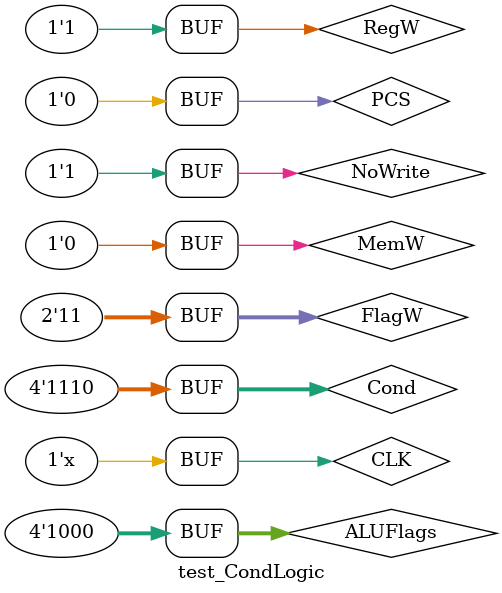
<source format=v>
`timescale 1ns / 1ps


module test_CondLogic(

    );
    
    reg CLK, PCS, RegW, NoWrite, MemW;
    reg [1:0] FlagW;
    reg [3:0] Cond;
    reg [3:0] ALUFlags;
    wire PCSrc, RegWrite, MemWrite;
    
    // Instantiate UUT
    CondLogic dut(CLK, PCS, RegW, NoWrite, MemW, FlagW, Cond, ALUFlags, PCSrc, RegWrite, MemWrite);
    
    // STIMULI
    initial
    begin
        CLK = 0;
        //LDR with immediate offset:
        MemW = 0; RegW = 1; FlagW = 2'b00; NoWrite = 0; PCS = 0; 
        Cond = 4'b1110; ALUFlags = 4'bxxxx;
        #20;
        //LDR with immediate offset, PC written
        MemW = 0; RegW = 1; FlagW = 2'b00; NoWrite = 0; PCS = 1; 
        Cond = 4'b1110; ALUFlags = 4'bxxxx;
        #20;
        //STR with immediate offset
        MemW = 1; RegW = 0; FlagW = 2'b00; NoWrite = 0; PCS = 0; 
        Cond = 4'b1110; ALUFlags = 4'bxxxx;
        #20;
        //AND,OR,ADD,SUB with Src2 is register, PC not written
        MemW = 0; RegW = 1; FlagW = 2'b00; NoWrite = 0; PCS = 0; 
        Cond = 4'b1110; ALUFlags = 4'bxxxx;
        #20;
        //AND,OR,ADD,SUB with Src2 is register, PC Written
        MemW = 0; RegW = 1; FlagW = 2'b00; NoWrite = 0; PCS = 1; 
        Cond = 4'b1110; ALUFlags = 4'bxxxx;
        #20;
        //AND,OR,ADD,SUB with Src2 is immediate, PC not written
        MemW = 0; RegW = 1; FlagW = 2'b00; NoWrite = 0; PCS = 0; 
        Cond = 4'b1110; ALUFlags = 4'bxxxx;
        #20;
        //AND,OR,ADD,SUB with Src2 is immediate, PC not written
        MemW = 0; RegW = 1; FlagW = 2'b00; NoWrite = 0; PCS = 1; 
        Cond = 4'b1110; ALUFlags = 4'bxxxx;
        #20;
        //B
        MemW = 0; RegW = 0; FlagW = 2'b00; NoWrite = 0; PCS = 1;
        Cond = 4'b1110; ALUFlags = 4'bxxxx;
        #20;
        // CMP, CMN
        MemW = 0; RegW = 1; FlagW = 2'b11; NoWrite = 1; PCS = 0;
        Cond = 4'b1110; ALUFlags = 4'b0001;
        #20;
        MemW = 0; RegW = 1; FlagW = 2'b11; NoWrite = 1; PCS = 0;
        Cond = 4'b1110; ALUFlags = 4'b0010;
        #20;
        MemW = 0; RegW = 1; FlagW = 2'b11; NoWrite = 1; PCS = 0;
        Cond = 4'b1110; ALUFlags = 4'b0100;
        #20;
        MemW = 0; RegW = 1; FlagW = 2'b11; NoWrite = 1; PCS = 0;
        Cond = 4'b1110; ALUFlags = 4'b1000;
        #20;
        
        
    end
    
    // GENERATE CLOCK       
    always          
    begin
       #5 CLK = ~CLK ; // invert clk every 5 time units 
    end
    
endmodule

</source>
